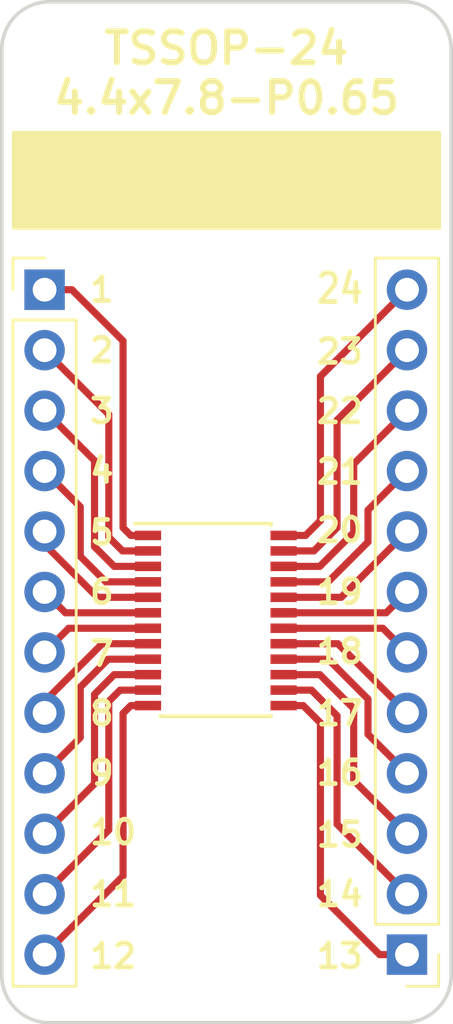
<source format=kicad_pcb>
(kicad_pcb (version 20171130) (host pcbnew 5.1.6-c6e7f7d~86~ubuntu20.04.1)

  (general
    (thickness 1)
    (drawings 34)
    (tracks 95)
    (zones 0)
    (modules 3)
    (nets 25)
  )

  (page A4)
  (title_block
    (title BRK-TSSOP-24-4.4x7.8-P0.65)
    (rev v1.0)
    (company https://gekkio.fi)
  )

  (layers
    (0 F.Cu signal)
    (31 B.Cu signal)
    (32 B.Adhes user)
    (33 F.Adhes user)
    (34 B.Paste user)
    (35 F.Paste user)
    (36 B.SilkS user)
    (37 F.SilkS user)
    (38 B.Mask user)
    (39 F.Mask user)
    (40 Dwgs.User user)
    (41 Cmts.User user)
    (42 Eco1.User user)
    (43 Eco2.User user)
    (44 Edge.Cuts user)
    (45 Margin user)
    (46 B.CrtYd user)
    (47 F.CrtYd user)
    (48 B.Fab user)
    (49 F.Fab user)
  )

  (setup
    (last_trace_width 0.3)
    (trace_clearance 0.2)
    (zone_clearance 0.508)
    (zone_45_only no)
    (trace_min 0.2)
    (via_size 0.8)
    (via_drill 0.4)
    (via_min_size 0.4)
    (via_min_drill 0.3)
    (uvia_size 0.3)
    (uvia_drill 0.1)
    (uvias_allowed no)
    (uvia_min_size 0.2)
    (uvia_min_drill 0.1)
    (edge_width 0.15)
    (segment_width 0.2)
    (pcb_text_width 0.3)
    (pcb_text_size 1.5 1.5)
    (mod_edge_width 0.15)
    (mod_text_size 1 1)
    (mod_text_width 0.15)
    (pad_size 1.524 1.524)
    (pad_drill 0.762)
    (pad_to_mask_clearance 0)
    (aux_axis_origin 0 0)
    (visible_elements FFFFFF7F)
    (pcbplotparams
      (layerselection 0x010fc_ffffffff)
      (usegerberextensions false)
      (usegerberattributes false)
      (usegerberadvancedattributes false)
      (creategerberjobfile true)
      (excludeedgelayer false)
      (linewidth 0.100000)
      (plotframeref false)
      (viasonmask false)
      (mode 1)
      (useauxorigin false)
      (hpglpennumber 1)
      (hpglpenspeed 20)
      (hpglpendiameter 15.000000)
      (psnegative false)
      (psa4output false)
      (plotreference true)
      (plotvalue true)
      (plotinvisibletext false)
      (padsonsilk false)
      (subtractmaskfromsilk false)
      (outputformat 1)
      (mirror false)
      (drillshape 0)
      (scaleselection 1)
      (outputdirectory "gerber/"))
  )

  (net 0 "")
  (net 1 "Net-(J1-Pad1)")
  (net 2 "Net-(J1-Pad2)")
  (net 3 "Net-(J1-Pad3)")
  (net 4 "Net-(J2-Pad1)")
  (net 5 "Net-(J2-Pad2)")
  (net 6 "Net-(J2-Pad3)")
  (net 7 "Net-(J1-Pad4)")
  (net 8 "Net-(J2-Pad4)")
  (net 9 "Net-(J1-Pad7)")
  (net 10 "Net-(J1-Pad6)")
  (net 11 "Net-(J1-Pad5)")
  (net 12 "Net-(J2-Pad7)")
  (net 13 "Net-(J2-Pad6)")
  (net 14 "Net-(J2-Pad5)")
  (net 15 "Net-(J1-Pad10)")
  (net 16 "Net-(J1-Pad9)")
  (net 17 "Net-(J1-Pad8)")
  (net 18 "Net-(J2-Pad10)")
  (net 19 "Net-(J2-Pad9)")
  (net 20 "Net-(J2-Pad8)")
  (net 21 "Net-(J1-Pad12)")
  (net 22 "Net-(J1-Pad11)")
  (net 23 "Net-(J2-Pad12)")
  (net 24 "Net-(J2-Pad11)")

  (net_class Default "This is the default net class."
    (clearance 0.2)
    (trace_width 0.3)
    (via_dia 0.8)
    (via_drill 0.4)
    (uvia_dia 0.3)
    (uvia_drill 0.1)
    (add_net "Net-(J1-Pad1)")
    (add_net "Net-(J1-Pad10)")
    (add_net "Net-(J1-Pad11)")
    (add_net "Net-(J1-Pad12)")
    (add_net "Net-(J1-Pad2)")
    (add_net "Net-(J1-Pad3)")
    (add_net "Net-(J1-Pad4)")
    (add_net "Net-(J1-Pad5)")
    (add_net "Net-(J1-Pad6)")
    (add_net "Net-(J1-Pad7)")
    (add_net "Net-(J1-Pad8)")
    (add_net "Net-(J1-Pad9)")
    (add_net "Net-(J2-Pad1)")
    (add_net "Net-(J2-Pad10)")
    (add_net "Net-(J2-Pad11)")
    (add_net "Net-(J2-Pad12)")
    (add_net "Net-(J2-Pad2)")
    (add_net "Net-(J2-Pad3)")
    (add_net "Net-(J2-Pad4)")
    (add_net "Net-(J2-Pad5)")
    (add_net "Net-(J2-Pad6)")
    (add_net "Net-(J2-Pad7)")
    (add_net "Net-(J2-Pad8)")
    (add_net "Net-(J2-Pad9)")
  )

  (module Package_SO:TSSOP-24_4.4x7.8mm_P0.65mm (layer F.Cu) (tedit 5A02F25C) (tstamp 5C03C8AA)
    (at 60 74)
    (descr "TSSOP24: plastic thin shrink small outline package; 24 leads; body width 4.4 mm; (see NXP SSOP-TSSOP-VSO-REFLOW.pdf and sot355-1_po.pdf)")
    (tags "SSOP 0.65")
    (path /5BD4B043)
    (attr smd)
    (fp_text reference U1 (at 0 -4.95) (layer F.SilkS) hide
      (effects (font (size 1 1) (thickness 0.15)))
    )
    (fp_text value TSSOP-24-4.4x7.8-P0.65 (at 0 4.95) (layer F.Fab) hide
      (effects (font (size 1 1) (thickness 0.15)))
    )
    (fp_line (start -1.2 -3.9) (end 2.2 -3.9) (layer F.Fab) (width 0.15))
    (fp_line (start 2.2 -3.9) (end 2.2 3.9) (layer F.Fab) (width 0.15))
    (fp_line (start 2.2 3.9) (end -2.2 3.9) (layer F.Fab) (width 0.15))
    (fp_line (start -2.2 3.9) (end -2.2 -2.9) (layer F.Fab) (width 0.15))
    (fp_line (start -2.2 -2.9) (end -1.2 -3.9) (layer F.Fab) (width 0.15))
    (fp_line (start -3.65 -4.2) (end -3.65 4.2) (layer F.CrtYd) (width 0.05))
    (fp_line (start 3.65 -4.2) (end 3.65 4.2) (layer F.CrtYd) (width 0.05))
    (fp_line (start -3.65 -4.2) (end 3.65 -4.2) (layer F.CrtYd) (width 0.05))
    (fp_line (start -3.65 4.2) (end 3.65 4.2) (layer F.CrtYd) (width 0.05))
    (fp_line (start 2.325 -4.025) (end 2.325 -4) (layer F.SilkS) (width 0.15))
    (fp_line (start 2.325 4.025) (end 2.325 4) (layer F.SilkS) (width 0.15))
    (fp_line (start -2.325 4.025) (end -2.325 4) (layer F.SilkS) (width 0.15))
    (fp_line (start -3.4 -4.075) (end 2.325 -4.075) (layer F.SilkS) (width 0.15))
    (fp_line (start -2.325 4.025) (end 2.325 4.025) (layer F.SilkS) (width 0.15))
    (fp_text user %R (at 0 0) (layer F.Fab)
      (effects (font (size 0.8 0.8) (thickness 0.15)))
    )
    (pad 24 smd rect (at 2.85 -3.575) (size 1.1 0.4) (layers F.Cu F.Paste F.Mask)
      (net 23 "Net-(J2-Pad12)"))
    (pad 23 smd rect (at 2.85 -2.925) (size 1.1 0.4) (layers F.Cu F.Paste F.Mask)
      (net 24 "Net-(J2-Pad11)"))
    (pad 22 smd rect (at 2.85 -2.275) (size 1.1 0.4) (layers F.Cu F.Paste F.Mask)
      (net 18 "Net-(J2-Pad10)"))
    (pad 21 smd rect (at 2.85 -1.625) (size 1.1 0.4) (layers F.Cu F.Paste F.Mask)
      (net 19 "Net-(J2-Pad9)"))
    (pad 20 smd rect (at 2.85 -0.975) (size 1.1 0.4) (layers F.Cu F.Paste F.Mask)
      (net 20 "Net-(J2-Pad8)"))
    (pad 19 smd rect (at 2.85 -0.325) (size 1.1 0.4) (layers F.Cu F.Paste F.Mask)
      (net 12 "Net-(J2-Pad7)"))
    (pad 18 smd rect (at 2.85 0.325) (size 1.1 0.4) (layers F.Cu F.Paste F.Mask)
      (net 13 "Net-(J2-Pad6)"))
    (pad 17 smd rect (at 2.85 0.975) (size 1.1 0.4) (layers F.Cu F.Paste F.Mask)
      (net 14 "Net-(J2-Pad5)"))
    (pad 16 smd rect (at 2.85 1.625) (size 1.1 0.4) (layers F.Cu F.Paste F.Mask)
      (net 8 "Net-(J2-Pad4)"))
    (pad 15 smd rect (at 2.85 2.275) (size 1.1 0.4) (layers F.Cu F.Paste F.Mask)
      (net 6 "Net-(J2-Pad3)"))
    (pad 14 smd rect (at 2.85 2.925) (size 1.1 0.4) (layers F.Cu F.Paste F.Mask)
      (net 5 "Net-(J2-Pad2)"))
    (pad 13 smd rect (at 2.85 3.575) (size 1.1 0.4) (layers F.Cu F.Paste F.Mask)
      (net 4 "Net-(J2-Pad1)"))
    (pad 12 smd rect (at -2.85 3.575) (size 1.1 0.4) (layers F.Cu F.Paste F.Mask)
      (net 21 "Net-(J1-Pad12)"))
    (pad 11 smd rect (at -2.85 2.925) (size 1.1 0.4) (layers F.Cu F.Paste F.Mask)
      (net 22 "Net-(J1-Pad11)"))
    (pad 10 smd rect (at -2.85 2.275) (size 1.1 0.4) (layers F.Cu F.Paste F.Mask)
      (net 15 "Net-(J1-Pad10)"))
    (pad 9 smd rect (at -2.85 1.625) (size 1.1 0.4) (layers F.Cu F.Paste F.Mask)
      (net 16 "Net-(J1-Pad9)"))
    (pad 8 smd rect (at -2.85 0.975) (size 1.1 0.4) (layers F.Cu F.Paste F.Mask)
      (net 17 "Net-(J1-Pad8)"))
    (pad 7 smd rect (at -2.85 0.325) (size 1.1 0.4) (layers F.Cu F.Paste F.Mask)
      (net 9 "Net-(J1-Pad7)"))
    (pad 6 smd rect (at -2.85 -0.325) (size 1.1 0.4) (layers F.Cu F.Paste F.Mask)
      (net 10 "Net-(J1-Pad6)"))
    (pad 5 smd rect (at -2.85 -0.975) (size 1.1 0.4) (layers F.Cu F.Paste F.Mask)
      (net 11 "Net-(J1-Pad5)"))
    (pad 4 smd rect (at -2.85 -1.625) (size 1.1 0.4) (layers F.Cu F.Paste F.Mask)
      (net 7 "Net-(J1-Pad4)"))
    (pad 3 smd rect (at -2.85 -2.275) (size 1.1 0.4) (layers F.Cu F.Paste F.Mask)
      (net 3 "Net-(J1-Pad3)"))
    (pad 2 smd rect (at -2.85 -2.925) (size 1.1 0.4) (layers F.Cu F.Paste F.Mask)
      (net 2 "Net-(J1-Pad2)"))
    (pad 1 smd rect (at -2.85 -3.575) (size 1.1 0.4) (layers F.Cu F.Paste F.Mask)
      (net 1 "Net-(J1-Pad1)"))
    (model ${KISYS3DMOD}/Package_SO.3dshapes/TSSOP-24_4.4x7.8mm_P0.65mm.wrl
      (at (xyz 0 0 0))
      (scale (xyz 1 1 1))
      (rotate (xyz 0 0 0))
    )
  )

  (module Connector_PinHeader_2.54mm:PinHeader_1x12_P2.54mm_Vertical (layer F.Cu) (tedit 59FED5CC) (tstamp 5C0583C3)
    (at 68.04 88.04 180)
    (descr "Through hole straight pin header, 1x12, 2.54mm pitch, single row")
    (tags "Through hole pin header THT 1x12 2.54mm single row")
    (path /5BD4B172)
    (fp_text reference J2 (at 0 -2.33) (layer F.SilkS) hide
      (effects (font (size 1 1) (thickness 0.15)))
    )
    (fp_text value Conn_01x12 (at 0 30.27) (layer F.Fab) hide
      (effects (font (size 1 1) (thickness 0.15)))
    )
    (fp_line (start -0.635 -1.27) (end 1.27 -1.27) (layer F.Fab) (width 0.1))
    (fp_line (start 1.27 -1.27) (end 1.27 29.21) (layer F.Fab) (width 0.1))
    (fp_line (start 1.27 29.21) (end -1.27 29.21) (layer F.Fab) (width 0.1))
    (fp_line (start -1.27 29.21) (end -1.27 -0.635) (layer F.Fab) (width 0.1))
    (fp_line (start -1.27 -0.635) (end -0.635 -1.27) (layer F.Fab) (width 0.1))
    (fp_line (start -1.33 29.27) (end 1.33 29.27) (layer F.SilkS) (width 0.12))
    (fp_line (start -1.33 1.27) (end -1.33 29.27) (layer F.SilkS) (width 0.12))
    (fp_line (start 1.33 1.27) (end 1.33 29.27) (layer F.SilkS) (width 0.12))
    (fp_line (start -1.33 1.27) (end 1.33 1.27) (layer F.SilkS) (width 0.12))
    (fp_line (start -1.33 0) (end -1.33 -1.33) (layer F.SilkS) (width 0.12))
    (fp_line (start -1.33 -1.33) (end 0 -1.33) (layer F.SilkS) (width 0.12))
    (fp_line (start -1.8 -1.8) (end -1.8 29.75) (layer F.CrtYd) (width 0.05))
    (fp_line (start -1.8 29.75) (end 1.8 29.75) (layer F.CrtYd) (width 0.05))
    (fp_line (start 1.8 29.75) (end 1.8 -1.8) (layer F.CrtYd) (width 0.05))
    (fp_line (start 1.8 -1.8) (end -1.8 -1.8) (layer F.CrtYd) (width 0.05))
    (fp_text user %R (at 0 13.97 90) (layer F.Fab)
      (effects (font (size 1 1) (thickness 0.15)))
    )
    (pad 12 thru_hole oval (at 0 27.94 180) (size 1.7 1.7) (drill 1) (layers *.Cu *.Mask)
      (net 23 "Net-(J2-Pad12)"))
    (pad 11 thru_hole oval (at 0 25.4 180) (size 1.7 1.7) (drill 1) (layers *.Cu *.Mask)
      (net 24 "Net-(J2-Pad11)"))
    (pad 10 thru_hole oval (at 0 22.86 180) (size 1.7 1.7) (drill 1) (layers *.Cu *.Mask)
      (net 18 "Net-(J2-Pad10)"))
    (pad 9 thru_hole oval (at 0 20.32 180) (size 1.7 1.7) (drill 1) (layers *.Cu *.Mask)
      (net 19 "Net-(J2-Pad9)"))
    (pad 8 thru_hole oval (at 0 17.78 180) (size 1.7 1.7) (drill 1) (layers *.Cu *.Mask)
      (net 20 "Net-(J2-Pad8)"))
    (pad 7 thru_hole oval (at 0 15.24 180) (size 1.7 1.7) (drill 1) (layers *.Cu *.Mask)
      (net 12 "Net-(J2-Pad7)"))
    (pad 6 thru_hole oval (at 0 12.7 180) (size 1.7 1.7) (drill 1) (layers *.Cu *.Mask)
      (net 13 "Net-(J2-Pad6)"))
    (pad 5 thru_hole oval (at 0 10.16 180) (size 1.7 1.7) (drill 1) (layers *.Cu *.Mask)
      (net 14 "Net-(J2-Pad5)"))
    (pad 4 thru_hole oval (at 0 7.62 180) (size 1.7 1.7) (drill 1) (layers *.Cu *.Mask)
      (net 8 "Net-(J2-Pad4)"))
    (pad 3 thru_hole oval (at 0 5.08 180) (size 1.7 1.7) (drill 1) (layers *.Cu *.Mask)
      (net 6 "Net-(J2-Pad3)"))
    (pad 2 thru_hole oval (at 0 2.54 180) (size 1.7 1.7) (drill 1) (layers *.Cu *.Mask)
      (net 5 "Net-(J2-Pad2)"))
    (pad 1 thru_hole rect (at 0 0 180) (size 1.7 1.7) (drill 1) (layers *.Cu *.Mask)
      (net 4 "Net-(J2-Pad1)"))
    (model ${KISYS3DMOD}/Connector_PinHeader_2.54mm.3dshapes/PinHeader_1x12_P2.54mm_Vertical.wrl
      (at (xyz 0 0 0))
      (scale (xyz 1 1 1))
      (rotate (xyz 0 0 0))
    )
  )

  (module Connector_PinHeader_2.54mm:PinHeader_1x12_P2.54mm_Vertical (layer F.Cu) (tedit 59FED5CC) (tstamp 5C0583AC)
    (at 52.8 60.1)
    (descr "Through hole straight pin header, 1x12, 2.54mm pitch, single row")
    (tags "Through hole pin header THT 1x12 2.54mm single row")
    (path /5BD4B0A3)
    (fp_text reference J1 (at 0 -2.33) (layer F.SilkS) hide
      (effects (font (size 1 1) (thickness 0.15)))
    )
    (fp_text value Conn_01x12 (at 0 30.27) (layer F.Fab) hide
      (effects (font (size 1 1) (thickness 0.15)))
    )
    (fp_line (start -0.635 -1.27) (end 1.27 -1.27) (layer F.Fab) (width 0.1))
    (fp_line (start 1.27 -1.27) (end 1.27 29.21) (layer F.Fab) (width 0.1))
    (fp_line (start 1.27 29.21) (end -1.27 29.21) (layer F.Fab) (width 0.1))
    (fp_line (start -1.27 29.21) (end -1.27 -0.635) (layer F.Fab) (width 0.1))
    (fp_line (start -1.27 -0.635) (end -0.635 -1.27) (layer F.Fab) (width 0.1))
    (fp_line (start -1.33 29.27) (end 1.33 29.27) (layer F.SilkS) (width 0.12))
    (fp_line (start -1.33 1.27) (end -1.33 29.27) (layer F.SilkS) (width 0.12))
    (fp_line (start 1.33 1.27) (end 1.33 29.27) (layer F.SilkS) (width 0.12))
    (fp_line (start -1.33 1.27) (end 1.33 1.27) (layer F.SilkS) (width 0.12))
    (fp_line (start -1.33 0) (end -1.33 -1.33) (layer F.SilkS) (width 0.12))
    (fp_line (start -1.33 -1.33) (end 0 -1.33) (layer F.SilkS) (width 0.12))
    (fp_line (start -1.8 -1.8) (end -1.8 29.75) (layer F.CrtYd) (width 0.05))
    (fp_line (start -1.8 29.75) (end 1.8 29.75) (layer F.CrtYd) (width 0.05))
    (fp_line (start 1.8 29.75) (end 1.8 -1.8) (layer F.CrtYd) (width 0.05))
    (fp_line (start 1.8 -1.8) (end -1.8 -1.8) (layer F.CrtYd) (width 0.05))
    (fp_text user %R (at 0 13.97 90) (layer F.Fab)
      (effects (font (size 1 1) (thickness 0.15)))
    )
    (pad 12 thru_hole oval (at 0 27.94) (size 1.7 1.7) (drill 1) (layers *.Cu *.Mask)
      (net 21 "Net-(J1-Pad12)"))
    (pad 11 thru_hole oval (at 0 25.4) (size 1.7 1.7) (drill 1) (layers *.Cu *.Mask)
      (net 22 "Net-(J1-Pad11)"))
    (pad 10 thru_hole oval (at 0 22.86) (size 1.7 1.7) (drill 1) (layers *.Cu *.Mask)
      (net 15 "Net-(J1-Pad10)"))
    (pad 9 thru_hole oval (at 0 20.32) (size 1.7 1.7) (drill 1) (layers *.Cu *.Mask)
      (net 16 "Net-(J1-Pad9)"))
    (pad 8 thru_hole oval (at 0 17.78) (size 1.7 1.7) (drill 1) (layers *.Cu *.Mask)
      (net 17 "Net-(J1-Pad8)"))
    (pad 7 thru_hole oval (at 0 15.24) (size 1.7 1.7) (drill 1) (layers *.Cu *.Mask)
      (net 9 "Net-(J1-Pad7)"))
    (pad 6 thru_hole oval (at 0 12.7) (size 1.7 1.7) (drill 1) (layers *.Cu *.Mask)
      (net 10 "Net-(J1-Pad6)"))
    (pad 5 thru_hole oval (at 0 10.16) (size 1.7 1.7) (drill 1) (layers *.Cu *.Mask)
      (net 11 "Net-(J1-Pad5)"))
    (pad 4 thru_hole oval (at 0 7.62) (size 1.7 1.7) (drill 1) (layers *.Cu *.Mask)
      (net 7 "Net-(J1-Pad4)"))
    (pad 3 thru_hole oval (at 0 5.08) (size 1.7 1.7) (drill 1) (layers *.Cu *.Mask)
      (net 3 "Net-(J1-Pad3)"))
    (pad 2 thru_hole oval (at 0 2.54) (size 1.7 1.7) (drill 1) (layers *.Cu *.Mask)
      (net 2 "Net-(J1-Pad2)"))
    (pad 1 thru_hole rect (at 0 0) (size 1.7 1.7) (drill 1) (layers *.Cu *.Mask)
      (net 1 "Net-(J1-Pad1)"))
    (model ${KISYS3DMOD}/Connector_PinHeader_2.54mm.3dshapes/PinHeader_1x12_P2.54mm_Vertical.wrl
      (at (xyz 0 0 0))
      (scale (xyz 1 1 1))
      (rotate (xyz 0 0 0))
    )
  )

  (gr_text 14 (at 66.3 85.5) (layer F.SilkS) (tstamp 5E51BBD6)
    (effects (font (size 1 1) (thickness 0.2)) (justify right))
  )
  (gr_text 13 (at 66.3 88.1) (layer F.SilkS) (tstamp 5E51BBD3)
    (effects (font (size 1 1) (thickness 0.2)) (justify right))
  )
  (gr_text 12 (at 54.6 88.1) (layer F.SilkS) (tstamp 5E51BBCF)
    (effects (font (size 1 1) (thickness 0.2)) (justify left))
  )
  (gr_text 11 (at 54.6 85.5) (layer F.SilkS) (tstamp 5E51BBCC)
    (effects (font (size 1 1) (thickness 0.2)) (justify left))
  )
  (gr_text 18 (at 66.3 75.3) (layer F.SilkS) (tstamp 5E51B90A)
    (effects (font (size 1 1) (thickness 0.2)) (justify right))
  )
  (gr_text 17 (at 66.3 77.9) (layer F.SilkS) (tstamp 5E51B907)
    (effects (font (size 1 1) (thickness 0.2)) (justify right))
  )
  (gr_text 16 (at 66.3 80.4) (layer F.SilkS) (tstamp 5E51B904)
    (effects (font (size 1 1) (thickness 0.2)) (justify right))
  )
  (gr_text 10 (at 54.6 82.9) (layer F.SilkS) (tstamp 5E51B8FD)
    (effects (font (size 1 1) (thickness 0.2)) (justify left))
  )
  (gr_text 9 (at 54.6 80.4) (layer F.SilkS) (tstamp 5E51B8FA)
    (effects (font (size 1 1) (thickness 0.2)) (justify left))
  )
  (gr_text 8 (at 54.6 77.9) (layer F.SilkS) (tstamp 5E51B8F7)
    (effects (font (size 1 1) (thickness 0.2)) (justify left))
  )
  (gr_text 15 (at 66.3 83) (layer F.SilkS) (tstamp 5E5211C9)
    (effects (font (size 1 1) (thickness 0.2)) (justify right))
  )
  (gr_text 19 (at 66.3 72.8) (layer F.SilkS) (tstamp 5E5211C6)
    (effects (font (size 1 1) (thickness 0.2)) (justify right))
  )
  (gr_text 20 (at 66.3 70.2) (layer F.SilkS) (tstamp 5E5211C2)
    (effects (font (size 1 1) (thickness 0.2)) (justify right))
  )
  (gr_text 7 (at 54.6 75.4) (layer F.SilkS) (tstamp 5E5211B5)
    (effects (font (size 1 1) (thickness 0.2)) (justify left))
  )
  (gr_text 6 (at 54.6 72.8) (layer F.SilkS) (tstamp 5E5211AD)
    (effects (font (size 1 1) (thickness 0.2)) (justify left))
  )
  (gr_text 5 (at 54.6 70.3) (layer F.SilkS) (tstamp 5E52116E)
    (effects (font (size 1 1) (thickness 0.2)) (justify left))
  )
  (gr_text 4 (at 54.6 67.7) (layer F.SilkS) (tstamp 5E521167)
    (effects (font (size 1 1) (thickness 0.2)) (justify left))
  )
  (gr_text 3 (at 54.6 65.2) (layer F.SilkS) (tstamp 5E521164)
    (effects (font (size 1 1) (thickness 0.2)) (justify left))
  )
  (gr_text 21 (at 66.3 67.75) (layer F.SilkS) (tstamp 5E5211BA)
    (effects (font (size 1 1) (thickness 0.2)) (justify right))
  )
  (gr_arc (start 53 88.9) (end 51 88.9) (angle -90) (layer Edge.Cuts) (width 0.15) (tstamp 5BF54D67))
  (gr_arc (start 67.9 88.9) (end 67.9 90.9) (angle -90) (layer Edge.Cuts) (width 0.15) (tstamp 5BF54D5C))
  (gr_arc (start 67.9 50) (end 69.9 50) (angle -90) (layer Edge.Cuts) (width 0.15) (tstamp 5BF54D52))
  (gr_arc (start 53 50) (end 53 48) (angle -90) (layer Edge.Cuts) (width 0.15))
  (gr_text 22 (at 66.3 65.2) (layer F.SilkS) (tstamp 5BD4A473)
    (effects (font (size 1 1) (thickness 0.2)) (justify right))
  )
  (gr_text 23 (at 66.3 62.7) (layer F.SilkS) (tstamp 5BD4A46F)
    (effects (font (size 1 1) (thickness 0.2)) (justify right))
  )
  (gr_text 24 (at 66.3 60.05) (layer F.SilkS) (tstamp 5BD4A463)
    (effects (font (size 1.2 1) (thickness 0.2)) (justify right))
  )
  (gr_text 2 (at 54.6 62.65) (layer F.SilkS) (tstamp 5E52115C)
    (effects (font (size 1 1) (thickness 0.2)) (justify left))
  )
  (gr_text 1 (at 54.6 60.1) (layer F.SilkS)
    (effects (font (size 1 1) (thickness 0.2)) (justify left))
  )
  (gr_line (start 67.9 90.9) (end 53 90.9) (layer Edge.Cuts) (width 0.15) (tstamp 5E5208CE))
  (gr_poly (pts (xy 51.5 53.5) (xy 51.5 57.5) (xy 69.4 57.5) (xy 69.4 53.5)) (layer F.SilkS) (width 0.15))
  (gr_line (start 69.9 50) (end 69.9 88.9) (layer Edge.Cuts) (width 0.15))
  (gr_text "TSSOP-24\n4.4x7.8-P0.65" (at 60.45 51) (layer F.SilkS)
    (effects (font (size 1.3 1.3) (thickness 0.25)))
  )
  (gr_line (start 53 48) (end 67.9 48) (layer Edge.Cuts) (width 0.15))
  (gr_line (start 51 88.9) (end 51 50) (layer Edge.Cuts) (width 0.15))

  (segment (start 53.95 60.1) (end 52.8 60.1) (width 0.3) (layer F.Cu) (net 1))
  (segment (start 56.1 62.25) (end 53.95 60.1) (width 0.3) (layer F.Cu) (net 1))
  (segment (start 56.1 70.1) (end 56.1 62.25) (width 0.3) (layer F.Cu) (net 1))
  (segment (start 57.15 70.425) (end 56.425 70.425) (width 0.3) (layer F.Cu) (net 1))
  (segment (start 56.425 70.425) (end 56.1 70.1) (width 0.3) (layer F.Cu) (net 1))
  (segment (start 52.84 62.6) (end 52.8 62.64) (width 0.3) (layer F.Cu) (net 2) (status 30))
  (segment (start 53.649999 63.489999) (end 52.8 62.64) (width 0.3) (layer F.Cu) (net 2))
  (segment (start 55.5 65.34) (end 53.649999 63.489999) (width 0.3) (layer F.Cu) (net 2))
  (segment (start 55.5 70.5) (end 55.5 65.34) (width 0.3) (layer F.Cu) (net 2))
  (segment (start 57.15 71.075) (end 56.075 71.075) (width 0.3) (layer F.Cu) (net 2))
  (segment (start 56.075 71.075) (end 55.5 70.5) (width 0.3) (layer F.Cu) (net 2))
  (segment (start 53.649999 66.029999) (end 52.8 65.18) (width 0.3) (layer F.Cu) (net 3))
  (segment (start 57.15 71.725) (end 55.725 71.725) (width 0.3) (layer F.Cu) (net 3))
  (segment (start 54.90001 67.28001) (end 53.649999 66.029999) (width 0.3) (layer F.Cu) (net 3))
  (segment (start 54.90001 70.90001) (end 54.90001 67.28001) (width 0.3) (layer F.Cu) (net 3))
  (segment (start 55.725 71.725) (end 54.90001 70.90001) (width 0.3) (layer F.Cu) (net 3))
  (segment (start 66.89 88.04) (end 68.04 88.04) (width 0.3) (layer F.Cu) (net 4))
  (segment (start 64.4 85.55) (end 66.89 88.04) (width 0.3) (layer F.Cu) (net 4))
  (segment (start 64.4 78.3) (end 64.4 85.55) (width 0.3) (layer F.Cu) (net 4))
  (segment (start 62.85 77.575) (end 63.675 77.575) (width 0.3) (layer F.Cu) (net 4))
  (segment (start 63.675 77.575) (end 64.4 78.3) (width 0.3) (layer F.Cu) (net 4))
  (segment (start 65.1 78) (end 65.1 82.56) (width 0.3) (layer F.Cu) (net 5))
  (segment (start 65.1 82.56) (end 67.190001 84.650001) (width 0.3) (layer F.Cu) (net 5))
  (segment (start 62.85 76.925) (end 64.025 76.925) (width 0.3) (layer F.Cu) (net 5))
  (segment (start 67.190001 84.650001) (end 68.04 85.5) (width 0.3) (layer F.Cu) (net 5))
  (segment (start 64.025 76.925) (end 65.1 78) (width 0.3) (layer F.Cu) (net 5))
  (segment (start 65.8 80.72) (end 67.190001 82.110001) (width 0.3) (layer F.Cu) (net 6))
  (segment (start 65.8 77.7) (end 65.8 80.72) (width 0.3) (layer F.Cu) (net 6))
  (segment (start 62.85 76.275) (end 64.375 76.275) (width 0.3) (layer F.Cu) (net 6))
  (segment (start 67.190001 82.110001) (end 68.04 82.96) (width 0.3) (layer F.Cu) (net 6))
  (segment (start 64.375 76.275) (end 65.8 77.7) (width 0.3) (layer F.Cu) (net 6))
  (segment (start 54.3 69.22) (end 53.649999 68.569999) (width 0.3) (layer F.Cu) (net 7))
  (segment (start 53.649999 68.569999) (end 52.8 67.72) (width 0.3) (layer F.Cu) (net 7))
  (segment (start 54.3 71.3) (end 54.3 69.22) (width 0.3) (layer F.Cu) (net 7))
  (segment (start 57.15 72.375) (end 55.375 72.375) (width 0.3) (layer F.Cu) (net 7))
  (segment (start 55.375 72.375) (end 54.3 71.3) (width 0.3) (layer F.Cu) (net 7))
  (segment (start 66.4 78.78) (end 68.04 80.42) (width 0.3) (layer F.Cu) (net 8))
  (segment (start 66.4 77.3) (end 66.4 78.78) (width 0.3) (layer F.Cu) (net 8))
  (segment (start 62.85 75.625) (end 64.725 75.625) (width 0.3) (layer F.Cu) (net 8))
  (segment (start 64.725 75.625) (end 66.4 77.3) (width 0.3) (layer F.Cu) (net 8))
  (segment (start 53.815 74.325) (end 52.8 75.34) (width 0.3) (layer F.Cu) (net 9))
  (segment (start 57.15 74.325) (end 53.815 74.325) (width 0.3) (layer F.Cu) (net 9))
  (segment (start 53.675 73.675) (end 52.8 72.8) (width 0.3) (layer F.Cu) (net 10))
  (segment (start 57.15 73.675) (end 53.675 73.675) (width 0.3) (layer F.Cu) (net 10))
  (segment (start 52.8 70.8) (end 52.8 70.26) (width 0.3) (layer F.Cu) (net 11))
  (segment (start 57.15 73.025) (end 55.025 73.025) (width 0.3) (layer F.Cu) (net 11))
  (segment (start 55.025 73.025) (end 52.8 70.8) (width 0.3) (layer F.Cu) (net 11))
  (segment (start 67.165 73.675) (end 68.04 72.8) (width 0.3) (layer F.Cu) (net 12))
  (segment (start 62.85 73.675) (end 67.165 73.675) (width 0.3) (layer F.Cu) (net 12))
  (segment (start 67.025 74.325) (end 68.04 75.34) (width 0.3) (layer F.Cu) (net 13))
  (segment (start 62.85 74.325) (end 67.025 74.325) (width 0.3) (layer F.Cu) (net 13))
  (segment (start 65.135 74.975) (end 68.04 77.88) (width 0.3) (layer F.Cu) (net 14))
  (segment (start 62.85 74.975) (end 65.135 74.975) (width 0.3) (layer F.Cu) (net 14))
  (segment (start 54.9 80.86) (end 53.649999 82.110001) (width 0.3) (layer F.Cu) (net 15))
  (segment (start 53.649999 82.110001) (end 52.8 82.96) (width 0.3) (layer F.Cu) (net 15))
  (segment (start 54.9 77.1) (end 54.9 80.86) (width 0.3) (layer F.Cu) (net 15))
  (segment (start 57.15 76.275) (end 55.725 76.275) (width 0.3) (layer F.Cu) (net 15))
  (segment (start 55.725 76.275) (end 54.9 77.1) (width 0.3) (layer F.Cu) (net 15))
  (segment (start 53.649999 79.570001) (end 52.8 80.42) (width 0.3) (layer F.Cu) (net 16))
  (segment (start 54.3 78.92) (end 53.649999 79.570001) (width 0.3) (layer F.Cu) (net 16))
  (segment (start 54.3 76.8) (end 54.3 78.92) (width 0.3) (layer F.Cu) (net 16))
  (segment (start 57.15 75.625) (end 55.475 75.625) (width 0.3) (layer F.Cu) (net 16))
  (segment (start 55.475 75.625) (end 54.3 76.8) (width 0.3) (layer F.Cu) (net 16))
  (segment (start 52.8 77.4) (end 52.8 77.88) (width 0.3) (layer F.Cu) (net 17))
  (segment (start 57.15 74.975) (end 55.225 74.975) (width 0.3) (layer F.Cu) (net 17))
  (segment (start 55.225 74.975) (end 52.8 77.4) (width 0.3) (layer F.Cu) (net 17))
  (segment (start 62.85 71.725) (end 64.375 71.725) (width 0.3) (layer F.Cu) (net 18))
  (segment (start 67.190001 66.029999) (end 68.04 65.18) (width 0.3) (layer F.Cu) (net 18))
  (segment (start 65.8 67.42) (end 67.190001 66.029999) (width 0.3) (layer F.Cu) (net 18))
  (segment (start 65.8 70.3) (end 65.8 67.42) (width 0.3) (layer F.Cu) (net 18))
  (segment (start 64.375 71.725) (end 65.8 70.3) (width 0.3) (layer F.Cu) (net 18))
  (segment (start 66.4 69.36) (end 68.04 67.72) (width 0.3) (layer F.Cu) (net 19))
  (segment (start 66.4 70.7) (end 66.4 69.36) (width 0.3) (layer F.Cu) (net 19))
  (segment (start 62.85 72.375) (end 64.725 72.375) (width 0.3) (layer F.Cu) (net 19))
  (segment (start 64.725 72.375) (end 66.4 70.7) (width 0.3) (layer F.Cu) (net 19))
  (segment (start 65.275 73.025) (end 68.04 70.26) (width 0.3) (layer F.Cu) (net 20))
  (segment (start 62.85 73.025) (end 65.275 73.025) (width 0.3) (layer F.Cu) (net 20))
  (segment (start 56.1 84.74) (end 52.8 88.04) (width 0.3) (layer F.Cu) (net 21))
  (segment (start 56.1 77.9) (end 56.1 84.74) (width 0.3) (layer F.Cu) (net 21))
  (segment (start 57.15 77.575) (end 56.425 77.575) (width 0.3) (layer F.Cu) (net 21))
  (segment (start 56.425 77.575) (end 56.1 77.9) (width 0.3) (layer F.Cu) (net 21))
  (segment (start 55.5 82.8) (end 53.649999 84.650001) (width 0.3) (layer F.Cu) (net 22))
  (segment (start 55.5 77.4) (end 55.5 82.8) (width 0.3) (layer F.Cu) (net 22))
  (segment (start 53.649999 84.650001) (end 52.8 85.5) (width 0.3) (layer F.Cu) (net 22))
  (segment (start 57.15 76.925) (end 55.975 76.925) (width 0.3) (layer F.Cu) (net 22))
  (segment (start 55.975 76.925) (end 55.5 77.4) (width 0.3) (layer F.Cu) (net 22))
  (segment (start 64.4 63.74) (end 68.04 60.1) (width 0.3) (layer F.Cu) (net 23))
  (segment (start 64.4 69.8) (end 64.4 63.74) (width 0.3) (layer F.Cu) (net 23))
  (segment (start 62.85 70.425) (end 63.775 70.425) (width 0.3) (layer F.Cu) (net 23))
  (segment (start 63.775 70.425) (end 64.4 69.8) (width 0.3) (layer F.Cu) (net 23))
  (segment (start 65.1 70.1) (end 65.1 65.58) (width 0.3) (layer F.Cu) (net 24))
  (segment (start 67.190001 63.489999) (end 68.04 62.64) (width 0.3) (layer F.Cu) (net 24))
  (segment (start 62.85 71.075) (end 64.125 71.075) (width 0.3) (layer F.Cu) (net 24))
  (segment (start 65.1 65.58) (end 67.190001 63.489999) (width 0.3) (layer F.Cu) (net 24))
  (segment (start 64.125 71.075) (end 65.1 70.1) (width 0.3) (layer F.Cu) (net 24))

)

</source>
